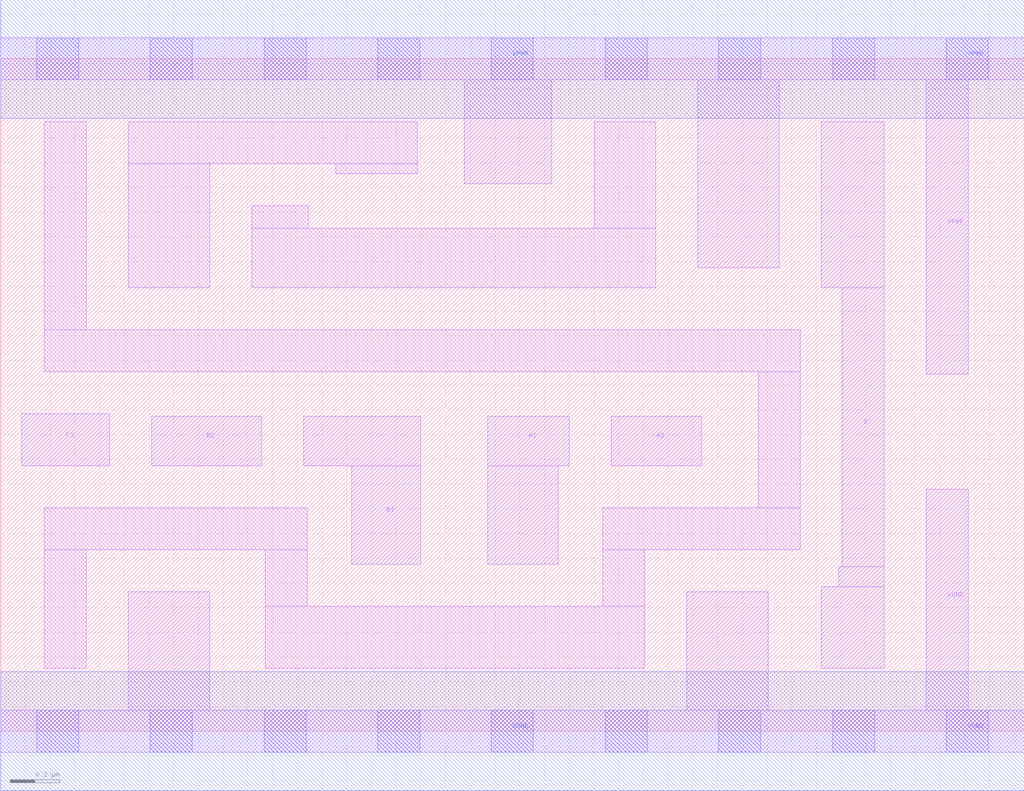
<source format=lef>
# Copyright 2020 The SkyWater PDK Authors
#
# Licensed under the Apache License, Version 2.0 (the "License");
# you may not use this file except in compliance with the License.
# You may obtain a copy of the License at
#
#     https://www.apache.org/licenses/LICENSE-2.0
#
# Unless required by applicable law or agreed to in writing, software
# distributed under the License is distributed on an "AS IS" BASIS,
# WITHOUT WARRANTIES OR CONDITIONS OF ANY KIND, either express or implied.
# See the License for the specific language governing permissions and
# limitations under the License.
#
# SPDX-License-Identifier: Apache-2.0

VERSION 5.7 ;
  NAMESCASESENSITIVE ON ;
  NOWIREEXTENSIONATPIN ON ;
  DIVIDERCHAR "/" ;
  BUSBITCHARS "[]" ;
UNITS
  DATABASE MICRONS 200 ;
END UNITS
MACRO sky130_fd_sc_hd__a221o_2
  CLASS CORE ;
  SOURCE USER ;
  FOREIGN sky130_fd_sc_hd__a221o_2 ;
  ORIGIN  0.000000  0.000000 ;
  SIZE  4.140000 BY  2.720000 ;
  SYMMETRY X Y R90 ;
  SITE unithd ;
  PIN A1
    ANTENNAGATEAREA  0.247500 ;
    DIRECTION INPUT ;
    USE SIGNAL ;
    PORT
      LAYER li1 ;
        RECT 1.970000 0.675000 2.255000 1.075000 ;
        RECT 1.970000 1.075000 2.300000 1.275000 ;
    END
  END A1
  PIN A2
    ANTENNAGATEAREA  0.247500 ;
    DIRECTION INPUT ;
    USE SIGNAL ;
    PORT
      LAYER li1 ;
        RECT 2.470000 1.075000 2.835000 1.275000 ;
    END
  END A2
  PIN B1
    ANTENNAGATEAREA  0.247500 ;
    DIRECTION INPUT ;
    USE SIGNAL ;
    PORT
      LAYER li1 ;
        RECT 1.225000 1.075000 1.700000 1.275000 ;
        RECT 1.420000 0.675000 1.700000 1.075000 ;
    END
  END B1
  PIN B2
    ANTENNAGATEAREA  0.247500 ;
    DIRECTION INPUT ;
    USE SIGNAL ;
    PORT
      LAYER li1 ;
        RECT 0.610000 1.075000 1.055000 1.275000 ;
    END
  END B2
  PIN C1
    ANTENNAGATEAREA  0.247500 ;
    DIRECTION INPUT ;
    USE SIGNAL ;
    PORT
      LAYER li1 ;
        RECT 0.085000 1.075000 0.440000 1.285000 ;
    END
  END C1
  PIN X
    ANTENNADIFFAREA  0.445500 ;
    DIRECTION OUTPUT ;
    USE SIGNAL ;
    PORT
      LAYER li1 ;
        RECT 3.320000 0.255000 3.575000 0.585000 ;
        RECT 3.320000 1.795000 3.575000 2.465000 ;
        RECT 3.390000 0.585000 3.575000 0.665000 ;
        RECT 3.405000 0.665000 3.575000 1.795000 ;
    END
  END X
  PIN VGND
    DIRECTION INOUT ;
    SHAPE ABUTMENT ;
    USE GROUND ;
    PORT
      LAYER li1 ;
        RECT 0.000000 -0.085000 4.140000 0.085000 ;
        RECT 0.515000  0.085000 0.845000 0.565000 ;
        RECT 2.775000  0.085000 3.105000 0.565000 ;
        RECT 3.745000  0.085000 3.915000 0.980000 ;
      LAYER mcon ;
        RECT 0.145000 -0.085000 0.315000 0.085000 ;
        RECT 0.605000 -0.085000 0.775000 0.085000 ;
        RECT 1.065000 -0.085000 1.235000 0.085000 ;
        RECT 1.525000 -0.085000 1.695000 0.085000 ;
        RECT 1.985000 -0.085000 2.155000 0.085000 ;
        RECT 2.445000 -0.085000 2.615000 0.085000 ;
        RECT 2.905000 -0.085000 3.075000 0.085000 ;
        RECT 3.365000 -0.085000 3.535000 0.085000 ;
        RECT 3.825000 -0.085000 3.995000 0.085000 ;
      LAYER met1 ;
        RECT 0.000000 -0.240000 4.140000 0.240000 ;
    END
  END VGND
  PIN VPWR
    DIRECTION INOUT ;
    SHAPE ABUTMENT ;
    USE POWER ;
    PORT
      LAYER li1 ;
        RECT 0.000000 2.635000 4.140000 2.805000 ;
        RECT 1.875000 2.215000 2.230000 2.635000 ;
        RECT 2.820000 1.875000 3.150000 2.635000 ;
        RECT 3.745000 1.445000 3.915000 2.635000 ;
      LAYER mcon ;
        RECT 0.145000 2.635000 0.315000 2.805000 ;
        RECT 0.605000 2.635000 0.775000 2.805000 ;
        RECT 1.065000 2.635000 1.235000 2.805000 ;
        RECT 1.525000 2.635000 1.695000 2.805000 ;
        RECT 1.985000 2.635000 2.155000 2.805000 ;
        RECT 2.445000 2.635000 2.615000 2.805000 ;
        RECT 2.905000 2.635000 3.075000 2.805000 ;
        RECT 3.365000 2.635000 3.535000 2.805000 ;
        RECT 3.825000 2.635000 3.995000 2.805000 ;
      LAYER met1 ;
        RECT 0.000000 2.480000 4.140000 2.960000 ;
    END
  END VPWR
  OBS
    LAYER li1 ;
      RECT 0.175000 0.255000 0.345000 0.735000 ;
      RECT 0.175000 0.735000 1.240000 0.905000 ;
      RECT 0.175000 1.455000 3.235000 1.625000 ;
      RECT 0.175000 1.625000 0.345000 2.465000 ;
      RECT 0.515000 1.795000 0.845000 2.295000 ;
      RECT 0.515000 2.295000 1.685000 2.465000 ;
      RECT 1.015000 1.795000 2.650000 2.035000 ;
      RECT 1.015000 2.035000 1.245000 2.125000 ;
      RECT 1.070000 0.255000 2.605000 0.505000 ;
      RECT 1.070000 0.505000 1.240000 0.735000 ;
      RECT 1.355000 2.255000 1.685000 2.295000 ;
      RECT 2.400000 2.035000 2.650000 2.465000 ;
      RECT 2.435000 0.505000 2.605000 0.735000 ;
      RECT 2.435000 0.735000 3.235000 0.905000 ;
      RECT 3.065000 0.905000 3.235000 1.455000 ;
  END
END sky130_fd_sc_hd__a221o_2

</source>
